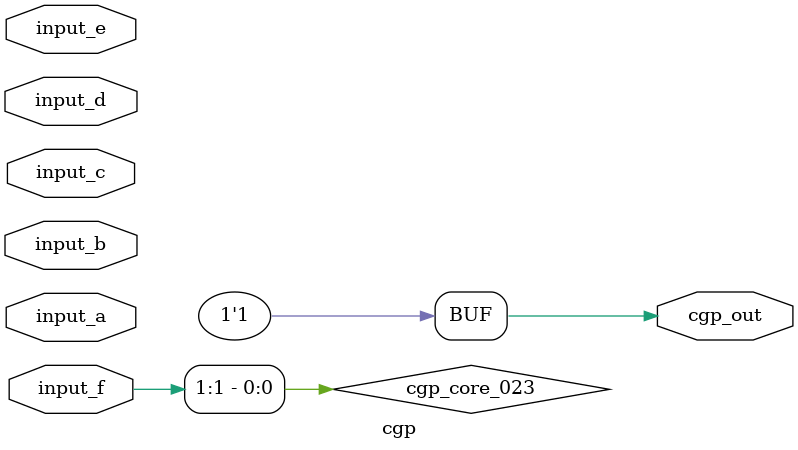
<source format=v>
module cgp(input [1:0] input_a, input [1:0] input_b, input [1:0] input_c, input [1:0] input_d, input [1:0] input_e, input [1:0] input_f, output [0:0] cgp_out);
  wire cgp_core_014;
  wire cgp_core_015_not;
  wire cgp_core_016;
  wire cgp_core_017;
  wire cgp_core_018;
  wire cgp_core_022;
  wire cgp_core_023;
  wire cgp_core_024;
  wire cgp_core_025;
  wire cgp_core_026;
  wire cgp_core_028;
  wire cgp_core_029_not;
  wire cgp_core_033;
  wire cgp_core_034;
  wire cgp_core_039;
  wire cgp_core_041;
  wire cgp_core_042;
  wire cgp_core_043;
  wire cgp_core_044;
  wire cgp_core_045;
  wire cgp_core_046_not;
  wire cgp_core_047;
  wire cgp_core_048;
  wire cgp_core_051;
  wire cgp_core_052;
  wire cgp_core_055;
  wire cgp_core_056_not;
  wire cgp_core_057;
  wire cgp_core_058;
  wire cgp_core_059_not;
  wire cgp_core_060;
  wire cgp_core_061;
  wire cgp_core_063;
  wire cgp_core_069;

  assign cgp_core_014 = input_a[0] & input_d[0];
  assign cgp_core_015_not = ~input_d[1];
  assign cgp_core_016 = input_a[1] & input_b[1];
  assign cgp_core_017 = input_d[0] & input_c[1];
  assign cgp_core_018 = ~(input_b[1] & cgp_core_015_not);
  assign cgp_core_022 = ~(input_d[0] ^ input_d[0]);
  assign cgp_core_023 = input_f[1] | input_f[1];
  assign cgp_core_024 = ~(input_d[1] & input_e[0]);
  assign cgp_core_025 = ~(cgp_core_023 ^ input_f[0]);
  assign cgp_core_026 = input_e[0] & input_c[0];
  assign cgp_core_028 = ~(input_d[1] ^ input_d[0]);
  assign cgp_core_029_not = ~input_a[1];
  assign cgp_core_033 = input_e[1] & cgp_core_029_not;
  assign cgp_core_034 = ~input_d[1];
  assign cgp_core_039 = input_f[0] ^ input_d[1];
  assign cgp_core_041 = ~input_c[0];
  assign cgp_core_042 = input_d[0] & input_b[0];
  assign cgp_core_043 = ~input_b[1];
  assign cgp_core_044 = input_e[0] ^ input_e[0];
  assign cgp_core_045 = input_d[0] ^ input_e[0];
  assign cgp_core_046_not = ~input_f[0];
  assign cgp_core_047 = ~input_c[0];
  assign cgp_core_048 = input_b[0] | input_c[0];
  assign cgp_core_051 = ~input_e[1];
  assign cgp_core_052 = ~(input_b[0] & cgp_core_051);
  assign cgp_core_055 = ~input_a[0];
  assign cgp_core_056_not = ~input_b[0];
  assign cgp_core_057 = ~(input_e[0] | input_b[0]);
  assign cgp_core_058 = ~(input_a[1] & input_b[1]);
  assign cgp_core_059_not = ~input_e[1];
  assign cgp_core_060 = cgp_core_059_not & cgp_core_057;
  assign cgp_core_061 = input_f[1] | input_d[0];
  assign cgp_core_063 = ~input_b[0];
  assign cgp_core_069 = ~(input_b[1] | input_c[1]);

  assign cgp_out[0] = 1'b1;
endmodule
</source>
